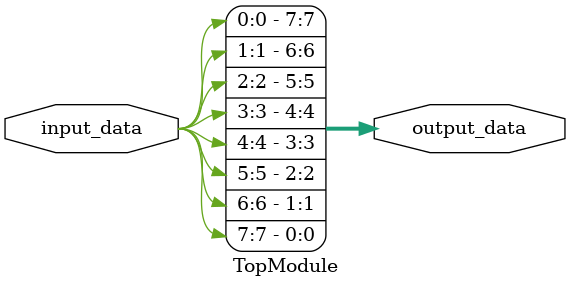
<source format=sv>
module TopModule (
    input [7:0] input_data,
    output [7:0] output_data
);
    assign output_data = {input_data[0], input_data[1], input_data[2], input_data[3], 
                          input_data[4], input_data[5], input_data[6], input_data[7]};
endmodule
</source>
